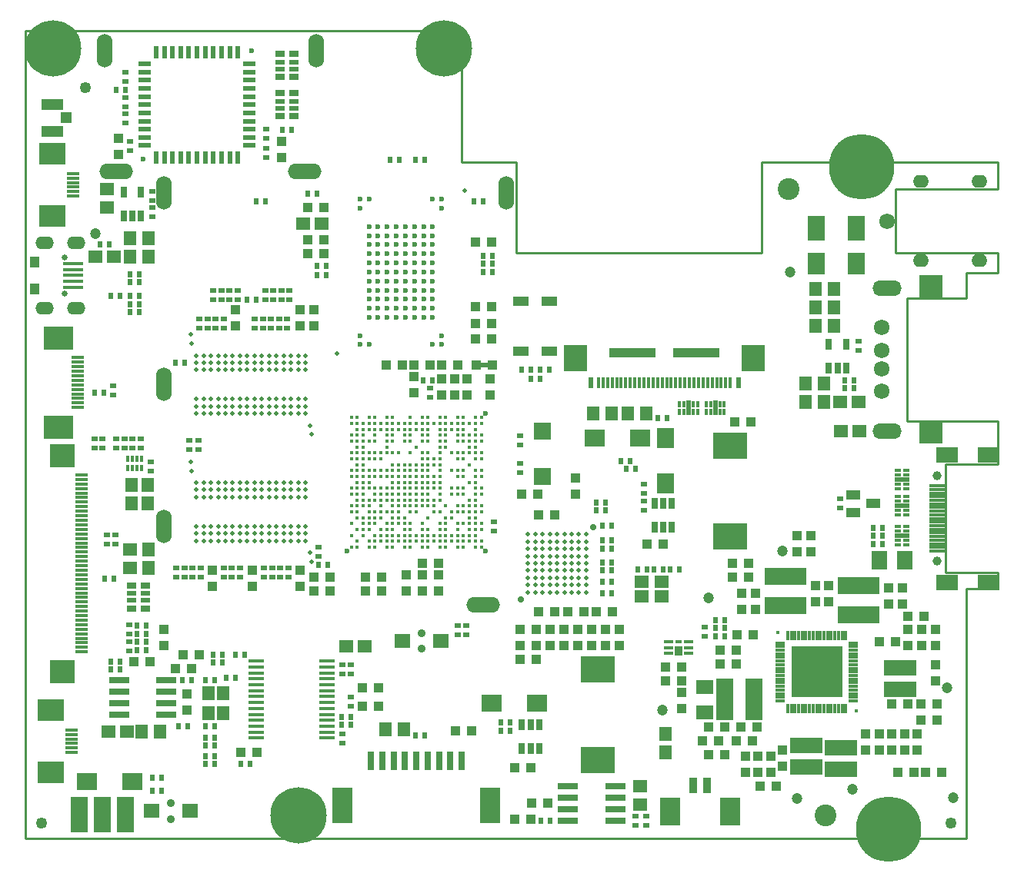
<source format=gbr>
G04 #@! TF.FileFunction,Soldermask,Top*
%FSLAX46Y46*%
G04 Gerber Fmt 4.6, Leading zero omitted, Abs format (unit mm)*
G04 Created by KiCad (PCBNEW no-vcs-found-undefined) date Tue Nov  8 15:57:13 2016*
%MOMM*%
%LPD*%
G01*
G04 APERTURE LIST*
%ADD10C,0.100000*%
%ADD11C,0.254000*%
%ADD12R,2.701600X2.501600*%
%ADD13R,1.401600X0.351600*%
%ADD14C,0.501600*%
%ADD15C,0.700000*%
%ADD16C,0.600000*%
%ADD17R,0.600000X1.400000*%
%ADD18R,1.400000X0.600000*%
%ADD19C,0.500000*%
%ADD20C,0.400000*%
%ADD21R,1.900000X1.900000*%
%ADD22R,1.700000X1.000000*%
%ADD23R,5.101600X1.101600*%
%ADD24R,0.501600X1.301600*%
%ADD25R,2.501600X2.901600*%
%ADD26R,0.351600X1.301600*%
%ADD27O,1.724000X1.400000*%
%ADD28C,1.724000*%
%ADD29R,2.600000X2.600000*%
%ADD30O,3.200000X1.724000*%
%ADD31R,0.651600X1.301600*%
%ADD32R,1.501600X1.101600*%
%ADD33R,0.776600X0.301600*%
%ADD34R,0.876600X0.501600*%
%ADD35R,2.400000X1.800000*%
%ADD36R,1.701600X0.301600*%
%ADD37C,1.000000*%
%ADD38R,2.301600X0.701600*%
%ADD39R,2.201600X3.101600*%
%ADD40R,0.901600X1.701600*%
%ADD41C,0.401600*%
%ADD42R,0.600000X0.600000*%
%ADD43R,1.622400X1.622400*%
%ADD44R,5.601600X5.601600*%
%ADD45R,1.001600X0.301600*%
%ADD46R,0.301600X1.001600*%
%ADD47R,0.726600X2.101600*%
%ADD48R,2.301600X4.001600*%
%ADD49R,1.701600X0.426600*%
%ADD50R,1.400000X1.600000*%
%ADD51C,0.900000*%
%ADD52R,1.700000X1.600000*%
%ADD53R,2.200000X1.900000*%
%ADD54R,2.980000X2.380000*%
%ADD55R,1.117600X0.482600*%
%ADD56R,1.117600X0.736600*%
%ADD57R,0.351600X0.726600*%
%ADD58R,1.625600X1.371600*%
%ADD59R,3.301600X2.601600*%
%ADD60O,2.000000X1.400000*%
%ADD61R,1.100000X1.200000*%
%ADD62C,0.650000*%
%ADD63R,2.250000X0.450000*%
%ADD64R,1.250000X1.250000*%
%ADD65R,2.400000X1.250000*%
%ADD66R,3.800000X2.900000*%
%ADD67R,1.117600X1.117600*%
%ADD68C,6.200000*%
%ADD69C,1.254000*%
%ADD70R,1.371600X1.625600*%
%ADD71R,1.978000X2.486000*%
%ADD72R,1.800000X2.000000*%
%ADD73R,1.901600X2.801600*%
%ADD74R,3.601600X1.701600*%
%ADD75R,4.601600X1.851600*%
%ADD76R,1.851600X4.601600*%
%ADD77R,1.879600X1.625600*%
%ADD78R,1.001600X0.451600*%
%ADD79R,0.901600X1.051600*%
%ADD80R,0.701600X0.451600*%
%ADD81R,0.301600X0.776600*%
%ADD82R,0.501600X0.876600*%
%ADD83R,0.651600X0.601600*%
%ADD84R,0.601600X0.651600*%
%ADD85R,0.881600X0.601600*%
%ADD86C,2.400000*%
%ADD87C,7.200000*%
%ADD88R,1.600000X1.400000*%
%ADD89R,1.900000X2.200000*%
%ADD90R,1.851000X3.883000*%
%ADD91O,3.700000X1.700000*%
%ADD92O,1.700000X3.700000*%
%ADD93C,1.200000*%
G04 APERTURE END LIST*
D10*
D11*
X201250000Y-58800000D02*
X201250000Y-70700000D01*
X207000000Y-70700000D02*
X207000000Y-72500000D01*
X207000000Y-54000000D02*
X207000000Y-58800000D01*
X201250000Y-58800000D02*
X207000000Y-58800000D01*
X207000000Y-70700000D02*
X201250000Y-70700000D01*
X207000000Y-35500000D02*
X207000000Y-37700000D01*
X195750000Y-28500000D02*
X195750000Y-35500000D01*
X207000000Y-25500000D02*
X207000000Y-28500000D01*
X195750000Y-28500000D02*
X207000000Y-28500000D01*
X207000000Y-35500000D02*
X195750000Y-35500000D01*
X197000000Y-40500000D02*
X197000000Y-54000000D01*
X203500000Y-37700000D02*
X203500000Y-40500000D01*
X197000000Y-40500000D02*
X203500000Y-40500000D01*
X197000000Y-54000000D02*
X207000000Y-54000000D01*
X203500000Y-37700000D02*
X207000000Y-37700000D01*
X203500000Y-72500000D02*
X207000000Y-72500000D01*
X203500000Y-100000000D02*
X203500000Y-72500000D01*
X181000000Y-25500000D02*
X207000000Y-25500000D01*
X181000000Y-35500000D02*
X181000000Y-25500000D01*
X154000000Y-35500000D02*
X181000000Y-35500000D01*
X154000000Y-25500000D02*
X154000000Y-35500000D01*
X148000000Y-25500000D02*
X154000000Y-25500000D01*
X148000000Y-11000000D02*
X148000000Y-25500000D01*
X100000000Y-11000000D02*
X148000000Y-11000000D01*
X100000000Y-100000000D02*
X100000000Y-11000000D01*
X100000000Y-100000000D02*
X203500000Y-100000000D01*
D12*
X104028000Y-57807000D03*
X104028000Y-81607000D03*
D13*
X106128000Y-59957000D03*
X106128000Y-60457000D03*
X106128000Y-60957000D03*
X106128000Y-61457000D03*
X106128000Y-61957000D03*
X106128000Y-62457000D03*
X106128000Y-62957000D03*
X106128000Y-63457000D03*
X106128000Y-63957000D03*
X106128000Y-64457000D03*
X106128000Y-64957000D03*
X106128000Y-65457000D03*
X106128000Y-65957000D03*
X106128000Y-66457000D03*
X106128000Y-66957000D03*
X106128000Y-67457000D03*
X106128000Y-67957000D03*
X106128000Y-68457000D03*
X106128000Y-68957000D03*
X106128000Y-69457000D03*
X106128000Y-69957000D03*
X106128000Y-70457000D03*
X106128000Y-70957000D03*
X106128000Y-71457000D03*
X106128000Y-71957000D03*
X106128000Y-72457000D03*
X106128000Y-72957000D03*
X106128000Y-73457000D03*
X106128000Y-73957000D03*
X106128000Y-74457000D03*
X106128000Y-74957000D03*
X106128000Y-75457000D03*
X106128000Y-75957000D03*
X106128000Y-76457000D03*
X106128000Y-76957000D03*
X106128000Y-77457000D03*
X106128000Y-77957000D03*
X106128000Y-78457000D03*
X106128000Y-78957000D03*
X106128000Y-79457000D03*
D14*
X155300000Y-72900000D03*
X155300000Y-72100000D03*
X155300000Y-71300000D03*
X155300000Y-70500000D03*
X155300000Y-69700000D03*
X155300000Y-68900000D03*
X155300000Y-68100000D03*
X155300000Y-67300000D03*
X155300000Y-66500000D03*
X156100000Y-72900000D03*
X156100000Y-72100000D03*
X156100000Y-71300000D03*
X156100000Y-70500000D03*
X156100000Y-69700000D03*
X156100000Y-68900000D03*
X156100000Y-68100000D03*
X156100000Y-67300000D03*
X156100000Y-66500000D03*
X156900000Y-72900000D03*
X156900000Y-72100000D03*
X156900000Y-71300000D03*
X156900000Y-70500000D03*
X156900000Y-69700000D03*
X156900000Y-68900000D03*
X156900000Y-68100000D03*
X156900000Y-67300000D03*
X156900000Y-66500000D03*
X157700000Y-72900000D03*
X157700000Y-72100000D03*
X157700000Y-71300000D03*
X157700000Y-70500000D03*
X157700000Y-69700000D03*
X157700000Y-68900000D03*
X157700000Y-68100000D03*
X157700000Y-67300000D03*
X157700000Y-66500000D03*
X158500000Y-72900000D03*
X158500000Y-72100000D03*
X158500000Y-71300000D03*
X158500000Y-70500000D03*
X158500000Y-69700000D03*
X158500000Y-68900000D03*
X158500000Y-68100000D03*
X158500000Y-67300000D03*
X158500000Y-66500000D03*
X159300000Y-72900000D03*
X159300000Y-72100000D03*
X159300000Y-71300000D03*
X159300000Y-70500000D03*
X159300000Y-69700000D03*
X159300000Y-68900000D03*
X159300000Y-68100000D03*
X159300000Y-67300000D03*
X159300000Y-66500000D03*
X160100000Y-72900000D03*
X160100000Y-72100000D03*
X160100000Y-71300000D03*
X160100000Y-70500000D03*
X160100000Y-69700000D03*
X160100000Y-68900000D03*
X160100000Y-68100000D03*
X160100000Y-67300000D03*
X160100000Y-66500000D03*
X160900000Y-72900000D03*
X160900000Y-72100000D03*
X160900000Y-71300000D03*
X160900000Y-70500000D03*
X160900000Y-69700000D03*
X160900000Y-68900000D03*
X160900000Y-68100000D03*
X160900000Y-67300000D03*
X160900000Y-66500000D03*
X161700000Y-72900000D03*
X161700000Y-72100000D03*
X161700000Y-71300000D03*
X161700000Y-70500000D03*
X161700000Y-69700000D03*
X161700000Y-68900000D03*
X161700000Y-68100000D03*
X161700000Y-67300000D03*
X161700000Y-66500000D03*
D15*
X154500000Y-73700000D03*
X162500000Y-65700000D03*
D16*
X112903000Y-25146000D03*
D17*
X114372000Y-13402000D03*
X115272000Y-13402000D03*
X116172000Y-13402000D03*
X117072000Y-13402000D03*
X117972000Y-13402000D03*
X118872000Y-13402000D03*
X119772000Y-13402000D03*
X120672000Y-13402000D03*
X121572000Y-13402000D03*
X122472000Y-13402000D03*
X123372000Y-13402000D03*
D18*
X124647000Y-14677000D03*
X124647000Y-15577000D03*
X124647000Y-16477000D03*
X124647000Y-17377000D03*
X124647000Y-18277000D03*
X124647000Y-19177000D03*
X124647000Y-20077000D03*
X124647000Y-20977000D03*
X124647000Y-21877000D03*
X124647000Y-22777000D03*
X124647000Y-23677000D03*
D17*
X123372000Y-24952000D03*
X122472000Y-24952000D03*
X121572000Y-24952000D03*
X120672000Y-24952000D03*
X119772000Y-24952000D03*
X118872000Y-24952000D03*
X117972000Y-24952000D03*
X117072000Y-24952000D03*
X116172000Y-24952000D03*
X115272000Y-24952000D03*
X114372000Y-24952000D03*
D18*
X113097000Y-23677000D03*
X113097000Y-22777000D03*
X113097000Y-21877000D03*
X113097000Y-20977000D03*
X113097000Y-20077000D03*
X113097000Y-19177000D03*
X113097000Y-18277000D03*
X113097000Y-17377000D03*
X113097000Y-16477000D03*
X113097000Y-15577000D03*
X113097000Y-14677000D03*
D16*
X124841000Y-13208000D03*
X136800000Y-29600000D03*
X137800000Y-29600000D03*
X144800000Y-29600000D03*
X145800000Y-29600000D03*
X136800000Y-30600000D03*
X145800000Y-30600000D03*
X137800000Y-32600000D03*
X138800000Y-32600000D03*
X139800000Y-32600000D03*
X140800000Y-32600000D03*
X141800000Y-32600000D03*
X142800000Y-32600000D03*
X143800000Y-32600000D03*
X144800000Y-32600000D03*
X137800000Y-33600000D03*
X138800000Y-33600000D03*
X139800000Y-33600000D03*
X140800000Y-33600000D03*
X141800000Y-33600000D03*
X142800000Y-33600000D03*
X143800000Y-33600000D03*
X144800000Y-33600000D03*
X137800000Y-34600000D03*
X138800000Y-34600000D03*
X139800000Y-34600000D03*
X140800000Y-34600000D03*
X141800000Y-34600000D03*
X142800000Y-34600000D03*
X143800000Y-34600000D03*
X144800000Y-34600000D03*
D19*
X134300000Y-46600000D03*
X148300000Y-28600000D03*
D16*
X137800000Y-35600000D03*
X138800000Y-35600000D03*
X139800000Y-35600000D03*
X140800000Y-35600000D03*
X141800000Y-35600000D03*
X142800000Y-35600000D03*
X143800000Y-35600000D03*
X144800000Y-35600000D03*
X137800000Y-36600000D03*
X138800000Y-36600000D03*
X139800000Y-36600000D03*
X140800000Y-36600000D03*
X141800000Y-36600000D03*
X142800000Y-36600000D03*
X143800000Y-36600000D03*
X144800000Y-36600000D03*
X137800000Y-37600000D03*
X138800000Y-37600000D03*
X139800000Y-37600000D03*
X140800000Y-37600000D03*
X141800000Y-37600000D03*
X142800000Y-37600000D03*
X143800000Y-37600000D03*
X144800000Y-37600000D03*
X137800000Y-38600000D03*
X138800000Y-38600000D03*
X139800000Y-38600000D03*
X140800000Y-38600000D03*
X141800000Y-38600000D03*
X142800000Y-38600000D03*
X143800000Y-38600000D03*
X144800000Y-38600000D03*
X137800000Y-39600000D03*
X138800000Y-39600000D03*
X139800000Y-39600000D03*
X140800000Y-39600000D03*
X141800000Y-39600000D03*
X142800000Y-39600000D03*
X143800000Y-39600000D03*
X144800000Y-39600000D03*
X137800000Y-40600000D03*
X138800000Y-40600000D03*
X139800000Y-40600000D03*
X140800000Y-40600000D03*
X141800000Y-40600000D03*
X142800000Y-40600000D03*
X143800000Y-40600000D03*
X144800000Y-40600000D03*
X137800000Y-41600000D03*
X138800000Y-41600000D03*
X139800000Y-41600000D03*
X140800000Y-41600000D03*
X141800000Y-41600000D03*
X142800000Y-41600000D03*
X143800000Y-41600000D03*
X144800000Y-41600000D03*
X137800000Y-42600000D03*
X138800000Y-42600000D03*
X139800000Y-42600000D03*
X140800000Y-42600000D03*
X141800000Y-42600000D03*
X142800000Y-42600000D03*
X143800000Y-42600000D03*
X144800000Y-42600000D03*
X136800000Y-44600000D03*
X145800000Y-44600000D03*
X136800000Y-45600000D03*
X137800000Y-45600000D03*
X144800000Y-45600000D03*
X145800000Y-45600000D03*
D19*
X118800000Y-53200000D03*
X118800000Y-52400000D03*
X118800000Y-51600000D03*
X118800000Y-48400000D03*
X118800000Y-47600000D03*
X118800000Y-46800000D03*
X119600000Y-53200000D03*
X119600000Y-52400000D03*
X119600000Y-51600000D03*
X119600000Y-48400000D03*
X119600000Y-47600000D03*
X119600000Y-46800000D03*
X120400000Y-53200000D03*
X120400000Y-52400000D03*
X120400000Y-51600000D03*
X120400000Y-48400000D03*
X120400000Y-47600000D03*
X120400000Y-46800000D03*
X121200000Y-53200000D03*
X121200000Y-52400000D03*
X121200000Y-51600000D03*
X121200000Y-48400000D03*
X121200000Y-47600000D03*
X121200000Y-46800000D03*
X122000000Y-53200000D03*
X122000000Y-52400000D03*
X122000000Y-51600000D03*
X122000000Y-48400000D03*
X122000000Y-47600000D03*
X122000000Y-46800000D03*
X122800000Y-53200000D03*
X122800000Y-52400000D03*
X122800000Y-51600000D03*
X122800000Y-48400000D03*
X122800000Y-47600000D03*
X122800000Y-46800000D03*
X123600000Y-53200000D03*
X123600000Y-52400000D03*
X123600000Y-51600000D03*
X123600000Y-48400000D03*
X123600000Y-47600000D03*
X123600000Y-46800000D03*
X124400000Y-53200000D03*
X124400000Y-52400000D03*
X124400000Y-51600000D03*
X124400000Y-48400000D03*
X124400000Y-47600000D03*
X124400000Y-46800000D03*
X125200000Y-53200000D03*
X125200000Y-52400000D03*
X125200000Y-51600000D03*
X125200000Y-48400000D03*
X125200000Y-47600000D03*
X125200000Y-46800000D03*
X126000000Y-53200000D03*
X126000000Y-52400000D03*
X126000000Y-51600000D03*
X126000000Y-48400000D03*
X126000000Y-47600000D03*
X126000000Y-46800000D03*
X131450000Y-55500000D03*
X118150000Y-44500000D03*
X131300000Y-54500000D03*
X118300000Y-45500000D03*
X126800000Y-53200000D03*
X126800000Y-52400000D03*
X126800000Y-51600000D03*
X126800000Y-48400000D03*
X126800000Y-47600000D03*
X126800000Y-46800000D03*
X127600000Y-53200000D03*
X127600000Y-52400000D03*
X127600000Y-51600000D03*
X127600000Y-48400000D03*
X127600000Y-47600000D03*
X127600000Y-46800000D03*
X128400000Y-53200000D03*
X128400000Y-52400000D03*
X128400000Y-51600000D03*
X128400000Y-48400000D03*
X128400000Y-47600000D03*
X128400000Y-46800000D03*
X129200000Y-53200000D03*
X129200000Y-52400000D03*
X129200000Y-51600000D03*
X129200000Y-48400000D03*
X129200000Y-47600000D03*
X129200000Y-46800000D03*
X130000000Y-53200000D03*
X130000000Y-52400000D03*
X130000000Y-51600000D03*
X130000000Y-48400000D03*
X130000000Y-47600000D03*
X130000000Y-46800000D03*
X130800000Y-53200000D03*
X130800000Y-52400000D03*
X130800000Y-51600000D03*
X130800000Y-48400000D03*
X130800000Y-47600000D03*
X130800000Y-46800000D03*
X118800000Y-67200000D03*
X118800000Y-66400000D03*
X118800000Y-65600000D03*
X118800000Y-62400000D03*
X118800000Y-61600000D03*
X118800000Y-60800000D03*
X119600000Y-67200000D03*
X119600000Y-66400000D03*
X119600000Y-65600000D03*
X119600000Y-62400000D03*
X119600000Y-61600000D03*
X119600000Y-60800000D03*
X120400000Y-67200000D03*
X120400000Y-66400000D03*
X120400000Y-65600000D03*
X120400000Y-62400000D03*
X120400000Y-61600000D03*
X120400000Y-60800000D03*
X121200000Y-67200000D03*
X121200000Y-66400000D03*
X121200000Y-65600000D03*
X121200000Y-62400000D03*
X121200000Y-61600000D03*
X121200000Y-60800000D03*
X122000000Y-67200000D03*
X122000000Y-66400000D03*
X122000000Y-65600000D03*
X122000000Y-62400000D03*
X122000000Y-61600000D03*
X122000000Y-60800000D03*
X122800000Y-67200000D03*
X122800000Y-66400000D03*
X122800000Y-65600000D03*
X122800000Y-62400000D03*
X122800000Y-61600000D03*
X122800000Y-60800000D03*
X123600000Y-67200000D03*
X123600000Y-66400000D03*
X123600000Y-65600000D03*
X123600000Y-62400000D03*
X123600000Y-61600000D03*
X123600000Y-60800000D03*
X124400000Y-67200000D03*
X124400000Y-66400000D03*
X124400000Y-65600000D03*
X124400000Y-62400000D03*
X124400000Y-61600000D03*
X124400000Y-60800000D03*
X125200000Y-67200000D03*
X125200000Y-66400000D03*
X125200000Y-65600000D03*
X125200000Y-62400000D03*
X125200000Y-61600000D03*
X125200000Y-60800000D03*
X126000000Y-67200000D03*
X126000000Y-66400000D03*
X126000000Y-65600000D03*
X126000000Y-62400000D03*
X126000000Y-61600000D03*
X126000000Y-60800000D03*
X131450000Y-69500000D03*
X118150000Y-58500000D03*
X131300000Y-68500000D03*
X118300000Y-59500000D03*
X126800000Y-67200000D03*
X126800000Y-66400000D03*
X126800000Y-65600000D03*
X126800000Y-62400000D03*
X126800000Y-61600000D03*
X126800000Y-60800000D03*
X127600000Y-67200000D03*
X127600000Y-66400000D03*
X127600000Y-65600000D03*
X127600000Y-62400000D03*
X127600000Y-61600000D03*
X127600000Y-60800000D03*
X128400000Y-67200000D03*
X128400000Y-66400000D03*
X128400000Y-65600000D03*
X128400000Y-62400000D03*
X128400000Y-61600000D03*
X128400000Y-60800000D03*
X129200000Y-67200000D03*
X129200000Y-66400000D03*
X129200000Y-65600000D03*
X129200000Y-62400000D03*
X129200000Y-61600000D03*
X129200000Y-60800000D03*
X130000000Y-67200000D03*
X130000000Y-66400000D03*
X130000000Y-65600000D03*
X130000000Y-62400000D03*
X130000000Y-61600000D03*
X130000000Y-60800000D03*
X130800000Y-67200000D03*
X130800000Y-66400000D03*
X130800000Y-65600000D03*
X130800000Y-62400000D03*
X130800000Y-61600000D03*
X130800000Y-60800000D03*
D16*
X150600000Y-53175000D03*
X135400000Y-68375000D03*
D20*
X146900000Y-67275000D03*
X146900000Y-66625000D03*
X146900000Y-64675000D03*
X146900000Y-64025000D03*
X146900000Y-62075000D03*
X146900000Y-61425000D03*
X146900000Y-59475000D03*
X146900000Y-57525000D03*
X146900000Y-54925000D03*
X146900000Y-54275000D03*
X146250000Y-67925000D03*
X146250000Y-67275000D03*
X146250000Y-66625000D03*
X146250000Y-65975000D03*
X146250000Y-65325000D03*
X146250000Y-64675000D03*
X146250000Y-63375000D03*
X146250000Y-56875000D03*
X146250000Y-56225000D03*
X146250000Y-55575000D03*
X146250000Y-54925000D03*
X146250000Y-54275000D03*
X146250000Y-53625000D03*
X145600000Y-67925000D03*
X145600000Y-67275000D03*
X145600000Y-66625000D03*
X145600000Y-65975000D03*
X145600000Y-65325000D03*
X145600000Y-64025000D03*
X145600000Y-62725000D03*
X145600000Y-62075000D03*
X145600000Y-61425000D03*
X145600000Y-60775000D03*
X145600000Y-60125000D03*
X145600000Y-59475000D03*
X145600000Y-58825000D03*
X145600000Y-58175000D03*
X145600000Y-57525000D03*
X145600000Y-56875000D03*
X145600000Y-56225000D03*
X145600000Y-55575000D03*
X145600000Y-54925000D03*
X145600000Y-54275000D03*
X145600000Y-53625000D03*
X144950000Y-67275000D03*
X144950000Y-66625000D03*
X144950000Y-64025000D03*
X144950000Y-63375000D03*
X144950000Y-58175000D03*
X144950000Y-54275000D03*
X144300000Y-67925000D03*
X144300000Y-67275000D03*
X144300000Y-66625000D03*
X144300000Y-65975000D03*
X144300000Y-63375000D03*
X144300000Y-62725000D03*
X144300000Y-62075000D03*
X144300000Y-61425000D03*
X144300000Y-60775000D03*
X144300000Y-60125000D03*
X144300000Y-59475000D03*
X144300000Y-58175000D03*
X144300000Y-57525000D03*
X144300000Y-56225000D03*
X144300000Y-55575000D03*
X144300000Y-54925000D03*
X144300000Y-54275000D03*
X144300000Y-53625000D03*
X143650000Y-67925000D03*
X143650000Y-67275000D03*
X143650000Y-66625000D03*
X143650000Y-65975000D03*
X143650000Y-65325000D03*
X143650000Y-62725000D03*
X143650000Y-60775000D03*
X143650000Y-60125000D03*
X143650000Y-58825000D03*
X143650000Y-57525000D03*
X143650000Y-56225000D03*
X143650000Y-55575000D03*
X143650000Y-54925000D03*
X143650000Y-54275000D03*
X143650000Y-53625000D03*
X143000000Y-67275000D03*
X143000000Y-66625000D03*
X143000000Y-58825000D03*
X143000000Y-56875000D03*
X143000000Y-54925000D03*
X143000000Y-54275000D03*
X142350000Y-67925000D03*
X142350000Y-67275000D03*
X142350000Y-66625000D03*
X142350000Y-65975000D03*
X142350000Y-65325000D03*
X142350000Y-56225000D03*
X142350000Y-55575000D03*
X142350000Y-54925000D03*
X142350000Y-54275000D03*
X142350000Y-53625000D03*
X141700000Y-67925000D03*
X141700000Y-67275000D03*
X141700000Y-66625000D03*
X141700000Y-65975000D03*
X141700000Y-65325000D03*
X141700000Y-64675000D03*
X141700000Y-56225000D03*
X141700000Y-55575000D03*
X141700000Y-54925000D03*
X141700000Y-54275000D03*
X141050000Y-67275000D03*
X141050000Y-66625000D03*
X141050000Y-65325000D03*
X141050000Y-64675000D03*
X141050000Y-57525000D03*
X141050000Y-54925000D03*
X141050000Y-54275000D03*
X140400000Y-67925000D03*
X140400000Y-67275000D03*
X140400000Y-66625000D03*
X140400000Y-65975000D03*
X140400000Y-65325000D03*
X140400000Y-61425000D03*
X140400000Y-60125000D03*
X140400000Y-58825000D03*
X140400000Y-57525000D03*
X140400000Y-56225000D03*
X140400000Y-55575000D03*
X140400000Y-54925000D03*
X140400000Y-54275000D03*
X140400000Y-53625000D03*
X139750000Y-67925000D03*
X139750000Y-67275000D03*
X139750000Y-66625000D03*
X139750000Y-65975000D03*
X139750000Y-65325000D03*
X139750000Y-61425000D03*
X139750000Y-60125000D03*
X139750000Y-59475000D03*
X139750000Y-57525000D03*
X139750000Y-56875000D03*
X139750000Y-56225000D03*
X139750000Y-54275000D03*
X139750000Y-53625000D03*
X139100000Y-67275000D03*
X139100000Y-66625000D03*
X139100000Y-65975000D03*
X139100000Y-64675000D03*
X139100000Y-64025000D03*
X139100000Y-63375000D03*
X139100000Y-62075000D03*
X139100000Y-61425000D03*
X139100000Y-60125000D03*
X139100000Y-59475000D03*
X139100000Y-58175000D03*
X139100000Y-54925000D03*
X139100000Y-54275000D03*
X138450000Y-67925000D03*
X138450000Y-67275000D03*
X138450000Y-66625000D03*
X138450000Y-65325000D03*
X138450000Y-64675000D03*
X138450000Y-62075000D03*
X138450000Y-61425000D03*
X138450000Y-59475000D03*
X138450000Y-58175000D03*
X138450000Y-57525000D03*
X138450000Y-56225000D03*
X138450000Y-55575000D03*
X138450000Y-54925000D03*
X138450000Y-54275000D03*
X138450000Y-53625000D03*
X137800000Y-67925000D03*
X137800000Y-67275000D03*
X137800000Y-65975000D03*
X137800000Y-65325000D03*
X137800000Y-64675000D03*
X137800000Y-64025000D03*
X137800000Y-63375000D03*
X137800000Y-62725000D03*
X137800000Y-60775000D03*
X137800000Y-59475000D03*
X137800000Y-57525000D03*
X137800000Y-56225000D03*
X137800000Y-54925000D03*
X137800000Y-54275000D03*
X137800000Y-53625000D03*
X137150000Y-66625000D03*
X137150000Y-65975000D03*
X137150000Y-65325000D03*
X137150000Y-64675000D03*
X137150000Y-63375000D03*
X137150000Y-62725000D03*
X137150000Y-62075000D03*
X137150000Y-61425000D03*
X137150000Y-60125000D03*
X137150000Y-59475000D03*
X137150000Y-58825000D03*
X137150000Y-58175000D03*
X137150000Y-57525000D03*
X137150000Y-56875000D03*
X137150000Y-56225000D03*
X137150000Y-55575000D03*
X137150000Y-54275000D03*
X136500000Y-67925000D03*
X136500000Y-67275000D03*
X136500000Y-65975000D03*
X136500000Y-64675000D03*
X136500000Y-63375000D03*
X136500000Y-62725000D03*
X136500000Y-62075000D03*
X136500000Y-61425000D03*
X136500000Y-60775000D03*
X136500000Y-60125000D03*
X136500000Y-59475000D03*
X136500000Y-58825000D03*
X136500000Y-58175000D03*
X136500000Y-57525000D03*
X136500000Y-56875000D03*
X136500000Y-56225000D03*
X136500000Y-55575000D03*
X136500000Y-54925000D03*
X136500000Y-54275000D03*
X136500000Y-53625000D03*
X135850000Y-67925000D03*
X135850000Y-66625000D03*
X135850000Y-65325000D03*
X135850000Y-64025000D03*
X135850000Y-63375000D03*
X135850000Y-62075000D03*
X135850000Y-61425000D03*
X135850000Y-60125000D03*
X135850000Y-59475000D03*
X135850000Y-58175000D03*
X135850000Y-57525000D03*
X135850000Y-56225000D03*
X135850000Y-55575000D03*
X135850000Y-54275000D03*
X147550000Y-53625000D03*
X147550000Y-54275000D03*
X147550000Y-54925000D03*
X147550000Y-55575000D03*
X147550000Y-56225000D03*
X147550000Y-57525000D03*
X147550000Y-58175000D03*
X147550000Y-59475000D03*
X147550000Y-60125000D03*
X147550000Y-61425000D03*
X147550000Y-62075000D03*
X147550000Y-63375000D03*
X147550000Y-64025000D03*
X147550000Y-65325000D03*
X147550000Y-65975000D03*
X147550000Y-66625000D03*
X147550000Y-67275000D03*
X147550000Y-67925000D03*
X148200000Y-67925000D03*
X148200000Y-67275000D03*
X148200000Y-66625000D03*
X148200000Y-65325000D03*
X148200000Y-64025000D03*
X148200000Y-63375000D03*
X148200000Y-62075000D03*
X148200000Y-61425000D03*
X148200000Y-60125000D03*
X148200000Y-59475000D03*
X148200000Y-58175000D03*
X148200000Y-57525000D03*
X148200000Y-56225000D03*
X148200000Y-55575000D03*
X148200000Y-54925000D03*
X148200000Y-54275000D03*
X148200000Y-53625000D03*
X148850000Y-54275000D03*
X148850000Y-55575000D03*
X148850000Y-56225000D03*
X148850000Y-56875000D03*
X148850000Y-57525000D03*
X148850000Y-58825000D03*
X148850000Y-60775000D03*
X148850000Y-62725000D03*
X148850000Y-63375000D03*
X148850000Y-64025000D03*
X148850000Y-64675000D03*
X148850000Y-65325000D03*
X148850000Y-65975000D03*
X148850000Y-66625000D03*
X148850000Y-67275000D03*
X149500000Y-67925000D03*
X149500000Y-67275000D03*
X149500000Y-66625000D03*
X149500000Y-65975000D03*
X149500000Y-65325000D03*
X149500000Y-64675000D03*
X149500000Y-64025000D03*
X149500000Y-63375000D03*
X149500000Y-62725000D03*
X149500000Y-62075000D03*
X149500000Y-61425000D03*
X149500000Y-60775000D03*
X149500000Y-60125000D03*
X149500000Y-59475000D03*
X149500000Y-58175000D03*
X149500000Y-57525000D03*
X149500000Y-56875000D03*
X149500000Y-56225000D03*
X149500000Y-55575000D03*
X149500000Y-54925000D03*
X149500000Y-54275000D03*
X149500000Y-53625000D03*
X150150000Y-54275000D03*
X150150000Y-55575000D03*
X150150000Y-56225000D03*
X150150000Y-57525000D03*
X150150000Y-58175000D03*
X150150000Y-59475000D03*
X150150000Y-60125000D03*
X150150000Y-61425000D03*
X150150000Y-62075000D03*
X150150000Y-63375000D03*
X150150000Y-64025000D03*
X150150000Y-65325000D03*
X150150000Y-65975000D03*
X150150000Y-67275000D03*
X135850000Y-53625000D03*
X150150000Y-53625000D03*
X137150000Y-54925000D03*
X139750000Y-54925000D03*
X139750000Y-55575000D03*
X139100000Y-57525000D03*
X137800000Y-58175000D03*
X137800000Y-60125000D03*
X138450000Y-60125000D03*
X137150000Y-60775000D03*
X137800000Y-61425000D03*
X144950000Y-58825000D03*
X144950000Y-60125000D03*
X144950000Y-60775000D03*
X144950000Y-61425000D03*
X144950000Y-62725000D03*
X144300000Y-58825000D03*
X143650000Y-58175000D03*
X143650000Y-59475000D03*
X144300000Y-64675000D03*
X143000000Y-64025000D03*
X142350000Y-64025000D03*
X143650000Y-63375000D03*
X143000000Y-63375000D03*
X143000000Y-62725000D03*
X142350000Y-62725000D03*
X143650000Y-62075000D03*
X143650000Y-61425000D03*
X143000000Y-62075000D03*
X143000000Y-61425000D03*
X142350000Y-63375000D03*
X142350000Y-62075000D03*
X142350000Y-61425000D03*
X142350000Y-60775000D03*
X142350000Y-60125000D03*
X142350000Y-59475000D03*
X142350000Y-58825000D03*
X141700000Y-63375000D03*
X141700000Y-58825000D03*
X141700000Y-59475000D03*
X141700000Y-60125000D03*
X141700000Y-60775000D03*
X141700000Y-61425000D03*
X141700000Y-62075000D03*
X141700000Y-62725000D03*
X141050000Y-64025000D03*
X141050000Y-58825000D03*
X141050000Y-63375000D03*
X141050000Y-62725000D03*
X141050000Y-62075000D03*
X141050000Y-61425000D03*
X141050000Y-60775000D03*
X141050000Y-60125000D03*
X141050000Y-59475000D03*
X140400000Y-64675000D03*
X140400000Y-64025000D03*
X140400000Y-63375000D03*
X140400000Y-62725000D03*
X140400000Y-62075000D03*
X139750000Y-64025000D03*
X139750000Y-62725000D03*
X139750000Y-62075000D03*
X138450000Y-62725000D03*
X136500000Y-64025000D03*
X138450000Y-64025000D03*
X139100000Y-62725000D03*
X140400000Y-59475000D03*
X140400000Y-60775000D03*
X142350000Y-57525000D03*
X143000000Y-59475000D03*
X143000000Y-60125000D03*
X143000000Y-60775000D03*
X150150000Y-67925000D03*
D16*
X150600000Y-68375000D03*
D21*
X156845000Y-55168000D03*
X156845000Y-60148000D03*
D22*
X154483000Y-40811000D03*
X157683000Y-40811000D03*
X157683000Y-46311000D03*
X154483000Y-46311000D03*
D23*
X166807000Y-46515000D03*
X173807000Y-46515000D03*
D24*
X178432000Y-49765000D03*
X162182000Y-49765000D03*
D25*
X160507000Y-47115000D03*
X180107000Y-47115000D03*
D26*
X163057000Y-49765000D03*
X163557000Y-49765000D03*
X164057000Y-49765000D03*
X164557000Y-49765000D03*
X165057000Y-49765000D03*
X165557000Y-49765000D03*
X166057000Y-49765000D03*
X166557000Y-49765000D03*
X167057000Y-49765000D03*
X167557000Y-49765000D03*
X168057000Y-49765000D03*
X168557000Y-49765000D03*
X169057000Y-49765000D03*
X169557000Y-49765000D03*
X170057000Y-49765000D03*
X170557000Y-49765000D03*
X171057000Y-49765000D03*
X171557000Y-49765000D03*
X172057000Y-49765000D03*
X172557000Y-49765000D03*
X173057000Y-49765000D03*
X173557000Y-49765000D03*
X174057000Y-49765000D03*
X174557000Y-49765000D03*
X175057000Y-49765000D03*
X175557000Y-49765000D03*
X176057000Y-49765000D03*
X176557000Y-49765000D03*
X177057000Y-49765000D03*
X177557000Y-49765000D03*
D27*
X205010000Y-27629000D03*
X198510000Y-27629000D03*
X198510000Y-36379000D03*
X205010000Y-36379000D03*
D28*
X194810000Y-32004000D03*
D29*
X199610000Y-39244000D03*
X199610000Y-55244000D03*
D30*
X194810000Y-39394000D03*
X194810000Y-55094000D03*
D28*
X194210000Y-43744000D03*
X194210000Y-46244000D03*
X194210000Y-48244000D03*
X194210000Y-50744000D03*
D31*
X188407000Y-48163000D03*
X189357000Y-48163000D03*
X190307000Y-48163000D03*
X188407000Y-45563000D03*
X190307000Y-45563000D03*
D32*
X191043560Y-62169040D03*
X191043560Y-64071500D03*
X193253360Y-63116460D03*
D33*
X196906500Y-59452000D03*
X196906500Y-59952000D03*
D34*
X196856500Y-60452000D03*
D33*
X196906500Y-60952000D03*
X196906500Y-61452000D03*
X196031500Y-61452000D03*
X196031500Y-60952000D03*
D34*
X196081500Y-60452000D03*
D33*
X196031500Y-59952000D03*
X196031500Y-59452000D03*
D35*
X206000000Y-57726000D03*
X201400000Y-57726000D03*
X201400000Y-71776000D03*
X206000000Y-71776000D03*
D36*
X200300000Y-68351000D03*
X200300000Y-67951000D03*
X200300000Y-67551000D03*
X200300000Y-67151000D03*
X200300000Y-66751000D03*
X200300000Y-66351000D03*
X200300000Y-65951000D03*
X200300000Y-65551000D03*
X200300000Y-65151000D03*
X200300000Y-64751000D03*
X200300000Y-64351000D03*
X200300000Y-63951000D03*
X200300000Y-63551000D03*
X200300000Y-63151000D03*
X200300000Y-62751000D03*
X200300000Y-62351000D03*
X200300000Y-61951000D03*
X200300000Y-61551000D03*
X200300000Y-61151000D03*
D37*
X200300000Y-60071000D03*
X200300000Y-69431000D03*
D38*
X164906000Y-94234000D03*
X164906000Y-95504000D03*
X164906000Y-96774000D03*
X164906000Y-98044000D03*
X159706000Y-98044000D03*
X159706000Y-96774000D03*
X159706000Y-95504000D03*
X159706000Y-94234000D03*
D39*
X177544000Y-97052000D03*
X170944000Y-97052000D03*
D40*
X174994000Y-94152000D03*
X173494000Y-94152000D03*
D41*
X182753000Y-77343000D03*
D42*
X184871000Y-80861000D03*
X185571000Y-80861000D03*
X186271000Y-80861000D03*
X186271000Y-80161000D03*
X186271000Y-79461000D03*
X187871000Y-79461000D03*
X187871000Y-80161000D03*
X187871000Y-80861000D03*
X188571000Y-80861000D03*
X189271000Y-80861000D03*
X189271000Y-82461000D03*
X188571000Y-82461000D03*
X187871000Y-82461000D03*
X187871000Y-83161000D03*
X187871000Y-83861000D03*
X186271000Y-83861000D03*
X186271000Y-83161000D03*
X186271000Y-82461000D03*
X185571000Y-82461000D03*
X184871000Y-82461000D03*
D43*
X187071000Y-81661000D03*
D44*
X187071000Y-81661000D03*
D45*
X183071000Y-84861000D03*
X183071000Y-84461000D03*
X183071000Y-84061000D03*
X183071000Y-83661000D03*
X183071000Y-83261000D03*
X183071000Y-82861000D03*
X183071000Y-82461000D03*
X183071000Y-82061000D03*
X183071000Y-81661000D03*
X183071000Y-81261000D03*
X183071000Y-80861000D03*
X183071000Y-80461000D03*
X183071000Y-80061000D03*
X183071000Y-79661000D03*
X183071000Y-79261000D03*
X183071000Y-78861000D03*
X183071000Y-78461000D03*
D46*
X183871000Y-77661000D03*
X184271000Y-77661000D03*
X184671000Y-77661000D03*
X185071000Y-77661000D03*
X185471000Y-77661000D03*
X185871000Y-77661000D03*
X186271000Y-77661000D03*
X186671000Y-77661000D03*
X187071000Y-77661000D03*
X187471000Y-77661000D03*
X187871000Y-77661000D03*
X188271000Y-77661000D03*
X188671000Y-77661000D03*
X189071000Y-77661000D03*
X189471000Y-77661000D03*
X189871000Y-77661000D03*
X190271000Y-77661000D03*
D45*
X191071000Y-78461000D03*
X191071000Y-78861000D03*
X191071000Y-79261000D03*
X191071000Y-79661000D03*
X191071000Y-80061000D03*
X191071000Y-80461000D03*
X191071000Y-80861000D03*
X191071000Y-81261000D03*
X191071000Y-81661000D03*
X191071000Y-82061000D03*
X191071000Y-82461000D03*
X191071000Y-82861000D03*
X191071000Y-83261000D03*
X191071000Y-83661000D03*
X191071000Y-84061000D03*
X191071000Y-84461000D03*
X191071000Y-84861000D03*
D46*
X190271000Y-85661000D03*
X189871000Y-85661000D03*
X189471000Y-85661000D03*
X189071000Y-85661000D03*
X188671000Y-85661000D03*
X188271000Y-85661000D03*
X187871000Y-85661000D03*
X187471000Y-85661000D03*
X187071000Y-85661000D03*
X186671000Y-85661000D03*
X186271000Y-85661000D03*
X185871000Y-85661000D03*
X185471000Y-85661000D03*
X185071000Y-85661000D03*
X184671000Y-85661000D03*
X184271000Y-85661000D03*
X183871000Y-85661000D03*
D41*
X191389000Y-85979000D03*
D47*
X138000000Y-91450000D03*
X139250000Y-91450000D03*
X140500000Y-91450000D03*
X141750000Y-91450000D03*
X143000000Y-91450000D03*
X144250000Y-91450000D03*
X145500000Y-91450000D03*
X146750000Y-91450000D03*
X148000000Y-91450000D03*
D48*
X134900000Y-96400000D03*
X151100000Y-96400000D03*
D49*
X133186000Y-80484000D03*
X133186000Y-81134000D03*
X133186000Y-81784000D03*
X133186000Y-82434000D03*
X133186000Y-83084000D03*
X133186000Y-83734000D03*
X133186000Y-84384000D03*
X133186000Y-85034000D03*
X133186000Y-85684000D03*
X133186000Y-86334000D03*
X133186000Y-86984000D03*
X133186000Y-87634000D03*
X133186000Y-88284000D03*
X133186000Y-88934000D03*
X125386000Y-88934000D03*
X125386000Y-88284000D03*
X125386000Y-87634000D03*
X125386000Y-86984000D03*
X125386000Y-86334000D03*
X125386000Y-85684000D03*
X125386000Y-85034000D03*
X125386000Y-84384000D03*
X125386000Y-83734000D03*
X125386000Y-83084000D03*
X125386000Y-82434000D03*
X125386000Y-81784000D03*
X125386000Y-81134000D03*
X125386000Y-80484000D03*
D50*
X121704000Y-83990000D03*
X120104000Y-86190000D03*
X121704000Y-86190000D03*
X120104000Y-83990000D03*
D51*
X116000000Y-97850000D03*
X116000000Y-96150000D03*
D52*
X118100000Y-97000000D03*
X113900000Y-97000000D03*
D53*
X111720000Y-93726000D03*
X106720000Y-93726000D03*
D54*
X102779000Y-85901000D03*
D13*
X105029000Y-90551000D03*
X105029000Y-90051000D03*
X105029000Y-89551000D03*
X105029000Y-89051000D03*
X105029000Y-88551000D03*
X105029000Y-88051000D03*
D54*
X102779000Y-92701000D03*
D38*
X110303000Y-86360000D03*
X110303000Y-85090000D03*
X110303000Y-83820000D03*
X110303000Y-82550000D03*
X115503000Y-82550000D03*
X115503000Y-83820000D03*
X115503000Y-85090000D03*
X115503000Y-86360000D03*
D55*
X113157000Y-73025000D03*
X113157000Y-73787000D03*
X111633000Y-73025000D03*
X111633000Y-73787000D03*
D56*
X113157000Y-72136000D03*
X111633000Y-72136000D03*
X113157000Y-74676000D03*
X111633000Y-74676000D03*
D57*
X112764000Y-58161500D03*
X112764000Y-59186500D03*
X112264000Y-58161500D03*
X112264000Y-59186500D03*
X111764000Y-58161500D03*
X111764000Y-59186500D03*
X111264000Y-58161500D03*
X111264000Y-59186500D03*
D58*
X109728000Y-35941000D03*
X107696000Y-35941000D03*
D31*
X110810000Y-31399000D03*
X111760000Y-31399000D03*
X112710000Y-31399000D03*
X110810000Y-28799000D03*
X112710000Y-28799000D03*
D13*
X105763000Y-47034000D03*
X105763000Y-47534000D03*
X105763000Y-48034000D03*
X105763000Y-48534000D03*
X105763000Y-49034000D03*
X105763000Y-49534000D03*
D59*
X103663000Y-44884000D03*
X103663000Y-54684000D03*
D13*
X105763000Y-50034000D03*
X105763000Y-50534000D03*
X105763000Y-51034000D03*
X105763000Y-51534000D03*
X105763000Y-52034000D03*
X105763000Y-52534000D03*
D60*
X102112000Y-41573000D03*
X105582000Y-41573000D03*
X105582000Y-34373000D03*
X102112000Y-34373000D03*
D61*
X100962000Y-39473000D03*
X100962000Y-36473000D03*
D62*
X104262000Y-39973000D03*
X104262000Y-35973000D03*
D63*
X105262000Y-39273000D03*
X105262000Y-38623000D03*
X105262000Y-37973000D03*
X105262000Y-37323000D03*
X105262000Y-36673000D03*
D54*
X102965000Y-24600000D03*
D13*
X105215000Y-29250000D03*
X105215000Y-28750000D03*
X105215000Y-28250000D03*
X105215000Y-27750000D03*
X105215000Y-27250000D03*
X105215000Y-26750000D03*
D54*
X102965000Y-31400000D03*
D64*
X104471600Y-20624800D03*
D65*
X102971600Y-19124800D03*
X102971600Y-22124800D03*
D66*
X162941000Y-81360000D03*
X162941000Y-91360000D03*
X177546000Y-66722000D03*
X177546000Y-56722000D03*
D67*
X154432000Y-76962000D03*
X156210000Y-76962000D03*
X181991000Y-92710000D03*
X181991000Y-90932000D03*
D68*
X130000000Y-97500000D03*
D69*
X106553000Y-17272000D03*
X101727000Y-98298000D03*
X201803000Y-98298000D03*
D67*
X130175000Y-70485000D03*
X130175000Y-72263000D03*
X130175000Y-43561000D03*
X130175000Y-41783000D03*
X120523000Y-70485000D03*
X120523000Y-72263000D03*
X123063000Y-43561000D03*
X123063000Y-41783000D03*
X124968000Y-70485000D03*
X124968000Y-72263000D03*
X131699000Y-43561000D03*
X131699000Y-41783000D03*
X151257000Y-34290000D03*
X149479000Y-34290000D03*
X131064000Y-30480000D03*
X132842000Y-30480000D03*
X132842000Y-34036000D03*
X131064000Y-34036000D03*
X132842000Y-35560000D03*
X131064000Y-35560000D03*
X115189000Y-78740000D03*
X115189000Y-76962000D03*
X151130000Y-49403000D03*
X151130000Y-51181000D03*
X149479000Y-44958000D03*
X151257000Y-44958000D03*
X145796000Y-51181000D03*
X145796000Y-49403000D03*
X142748000Y-47879000D03*
X144526000Y-47879000D03*
X147193000Y-51181000D03*
X147193000Y-49403000D03*
X147574000Y-47879000D03*
X145796000Y-47879000D03*
X111887000Y-80518000D03*
X113665000Y-80518000D03*
X142748000Y-50927000D03*
X142748000Y-49149000D03*
X139700000Y-47879000D03*
X141478000Y-47879000D03*
D58*
X111506000Y-70231000D03*
X111506000Y-68199000D03*
D70*
X185801000Y-49911000D03*
X187833000Y-49911000D03*
X113538000Y-33909000D03*
X111506000Y-33909000D03*
X113538000Y-35941000D03*
X111506000Y-35941000D03*
D58*
X108966000Y-28448000D03*
X108966000Y-30480000D03*
D67*
X137033000Y-83439000D03*
X138811000Y-83439000D03*
D70*
X185801000Y-51943000D03*
X187833000Y-51943000D03*
X186944000Y-43561000D03*
X188976000Y-43561000D03*
D67*
X128143000Y-23241000D03*
X128143000Y-25019000D03*
X110236000Y-24638000D03*
X110236000Y-22860000D03*
X156210000Y-80264000D03*
X154432000Y-80264000D03*
X118237000Y-81280000D03*
X116459000Y-81280000D03*
X199009000Y-92710000D03*
X200787000Y-92710000D03*
X117729000Y-84074000D03*
X117729000Y-85852000D03*
X160528000Y-62103000D03*
X160528000Y-60325000D03*
D70*
X188976000Y-39497000D03*
X186944000Y-39497000D03*
X188976000Y-41529000D03*
X186944000Y-41529000D03*
D67*
X151257000Y-41402000D03*
X149479000Y-41402000D03*
X178181000Y-80772000D03*
X176403000Y-80772000D03*
X200152000Y-80899000D03*
X200152000Y-82677000D03*
X180086000Y-77597000D03*
X178308000Y-77597000D03*
X200279000Y-85217000D03*
X200279000Y-86995000D03*
X197104000Y-85217000D03*
X195326000Y-85217000D03*
X178181000Y-79248000D03*
X176403000Y-79248000D03*
X177800000Y-69723000D03*
X179578000Y-69723000D03*
X177800000Y-71247000D03*
X179578000Y-71247000D03*
X186944000Y-72136000D03*
X186944000Y-73914000D03*
X172212000Y-83947000D03*
X172212000Y-85725000D03*
X186436000Y-66675000D03*
X186436000Y-68453000D03*
X139192000Y-71247000D03*
X137414000Y-71247000D03*
X172212000Y-82677000D03*
X170434000Y-82677000D03*
X184912000Y-66675000D03*
X184912000Y-68453000D03*
X153797000Y-92202000D03*
X155575000Y-92202000D03*
X131699000Y-71247000D03*
X133477000Y-71247000D03*
X147320000Y-88138000D03*
X149098000Y-88138000D03*
X172212000Y-81153000D03*
X170434000Y-81153000D03*
X188341000Y-72136000D03*
X188341000Y-73914000D03*
X139192000Y-72771000D03*
X137414000Y-72771000D03*
X180467000Y-87757000D03*
X178689000Y-87757000D03*
X131699000Y-72771000D03*
X133477000Y-72771000D03*
X194945000Y-74168000D03*
X194945000Y-72390000D03*
X180848000Y-94234000D03*
X182626000Y-94234000D03*
X196469000Y-74168000D03*
X196469000Y-72390000D03*
X180340000Y-74803000D03*
X180340000Y-73025000D03*
X183261000Y-92075000D03*
X183261000Y-90297000D03*
X197739000Y-92710000D03*
X195961000Y-92710000D03*
X192405000Y-88519000D03*
X192405000Y-90297000D03*
X193929000Y-90297000D03*
X193929000Y-88519000D03*
X143637000Y-72771000D03*
X143637000Y-70993000D03*
X198501000Y-85217000D03*
X198501000Y-86995000D03*
X198120000Y-90297000D03*
X198120000Y-88519000D03*
X145415000Y-72771000D03*
X145415000Y-70993000D03*
X196723000Y-90297000D03*
X196723000Y-88519000D03*
X195326000Y-90297000D03*
X195326000Y-88519000D03*
X145415000Y-69723000D03*
X143637000Y-69723000D03*
X175133000Y-87757000D03*
X176911000Y-87757000D03*
X141859000Y-72771000D03*
X141859000Y-70993000D03*
X193929000Y-78359000D03*
X195707000Y-78359000D03*
X178181000Y-89281000D03*
X179959000Y-89281000D03*
X200152000Y-78740000D03*
X200152000Y-76962000D03*
X174498000Y-89281000D03*
X176276000Y-89281000D03*
X198628000Y-78740000D03*
X198628000Y-76962000D03*
X175133000Y-90805000D03*
X176911000Y-90805000D03*
X197104000Y-78740000D03*
X197104000Y-76962000D03*
X179197000Y-92710000D03*
X179197000Y-90932000D03*
X180594000Y-92710000D03*
X180594000Y-90932000D03*
D70*
X141605000Y-88011000D03*
X139573000Y-88011000D03*
D67*
X178816000Y-73025000D03*
X178816000Y-74803000D03*
X198882000Y-75565000D03*
X197104000Y-75565000D03*
X154559000Y-62103000D03*
X156337000Y-62103000D03*
X151257000Y-43307000D03*
X149479000Y-43307000D03*
X148590000Y-49403000D03*
X148590000Y-51181000D03*
X155575000Y-97917000D03*
X153797000Y-97917000D03*
X157480000Y-96139000D03*
X155702000Y-96139000D03*
D71*
X191407000Y-36703000D03*
X187053000Y-36703000D03*
D53*
X151297000Y-85090000D03*
X156297000Y-85090000D03*
D72*
X193926000Y-69342000D03*
X196726000Y-69342000D03*
D73*
X187030000Y-32766000D03*
X191430000Y-32766000D03*
D58*
X132588000Y-32258000D03*
X130556000Y-32258000D03*
D70*
X113538000Y-70231000D03*
X113538000Y-68199000D03*
X111633000Y-63119000D03*
X111633000Y-61087000D03*
X113411000Y-63119000D03*
X113411000Y-61087000D03*
D58*
X191643000Y-51943000D03*
X189611000Y-51943000D03*
X191770000Y-55118000D03*
X189738000Y-55118000D03*
X135255000Y-78867000D03*
X137287000Y-78867000D03*
D70*
X170434000Y-88519000D03*
X170434000Y-90551000D03*
D74*
X196215000Y-81223000D03*
X196215000Y-83623000D03*
D75*
X183642000Y-74371000D03*
X183642000Y-71171000D03*
X191643000Y-75387000D03*
X191643000Y-72187000D03*
D76*
X176962000Y-84709000D03*
X180162000Y-84709000D03*
D74*
X185928000Y-89732000D03*
X185928000Y-92132000D03*
X189738000Y-89986000D03*
X189738000Y-92386000D03*
D77*
X174752000Y-83312000D03*
X174752000Y-86106000D03*
D78*
X172931000Y-79644000D03*
X172931000Y-78994000D03*
X172931000Y-78344000D03*
X170731000Y-78344000D03*
X170731000Y-78994000D03*
X170731000Y-79644000D03*
D79*
X171831000Y-79344000D03*
D80*
X171831000Y-78344000D03*
D81*
X176895000Y-52140500D03*
X176395000Y-52140500D03*
D82*
X175895000Y-52190500D03*
D81*
X175395000Y-52140500D03*
X174895000Y-52140500D03*
X174895000Y-53015500D03*
X175395000Y-53015500D03*
D82*
X175895000Y-52965500D03*
D81*
X176395000Y-53015500D03*
X176895000Y-53015500D03*
D33*
X196031500Y-62373000D03*
X196031500Y-62873000D03*
D34*
X196081500Y-63373000D03*
D33*
X196031500Y-63873000D03*
X196031500Y-64373000D03*
X196906500Y-64373000D03*
X196906500Y-63873000D03*
D34*
X196856500Y-63373000D03*
D33*
X196906500Y-62873000D03*
X196906500Y-62373000D03*
X196031500Y-65675000D03*
X196031500Y-66175000D03*
D34*
X196081500Y-66675000D03*
D33*
X196031500Y-67175000D03*
X196031500Y-67675000D03*
X196906500Y-67675000D03*
X196906500Y-67175000D03*
D34*
X196856500Y-66675000D03*
D33*
X196906500Y-66175000D03*
X196906500Y-65675000D03*
D31*
X156525000Y-87472900D03*
X155575000Y-87472900D03*
X154625000Y-87472900D03*
X154625000Y-90073100D03*
X155575000Y-90073100D03*
X156525000Y-90073100D03*
D81*
X173974000Y-52140500D03*
X173474000Y-52140500D03*
D82*
X172974000Y-52190500D03*
D81*
X172474000Y-52140500D03*
X171974000Y-52140500D03*
X171974000Y-53015500D03*
X172474000Y-53015500D03*
D82*
X172974000Y-52965500D03*
D81*
X173474000Y-53015500D03*
X173974000Y-53015500D03*
D31*
X171130000Y-63088900D03*
X170180000Y-63088900D03*
X169230000Y-63088900D03*
X169230000Y-65689100D03*
X170180000Y-65689100D03*
X171130000Y-65689100D03*
D52*
X141478000Y-78232000D03*
X145678000Y-78232000D03*
D51*
X143578000Y-77382000D03*
X143578000Y-79082000D03*
D83*
X126238000Y-70231000D03*
X126238000Y-71247000D03*
X127127000Y-70231000D03*
X127127000Y-71247000D03*
X128016000Y-70231000D03*
X128016000Y-71247000D03*
X128905000Y-70231000D03*
X128905000Y-71247000D03*
X126111000Y-43815000D03*
X126111000Y-42799000D03*
X127000000Y-43815000D03*
X127000000Y-42799000D03*
X127889000Y-43815000D03*
X127889000Y-42799000D03*
X128778000Y-43815000D03*
X128778000Y-42799000D03*
X122428000Y-39624000D03*
X122428000Y-40640000D03*
X116586000Y-70231000D03*
X116586000Y-71247000D03*
X117475000Y-70231000D03*
X117475000Y-71247000D03*
X118364000Y-70231000D03*
X118364000Y-71247000D03*
X119253000Y-70231000D03*
X119253000Y-71247000D03*
X119126000Y-43815000D03*
X119126000Y-42799000D03*
X120015000Y-43815000D03*
X120015000Y-42799000D03*
X120904000Y-43815000D03*
X120904000Y-42799000D03*
X121793000Y-43815000D03*
X121793000Y-42799000D03*
X121539000Y-40640000D03*
X121539000Y-39624000D03*
X121793000Y-70231000D03*
X121793000Y-71247000D03*
X125222000Y-43815000D03*
X125222000Y-42799000D03*
X127254000Y-40640000D03*
X127254000Y-39624000D03*
X128143000Y-39624000D03*
X128143000Y-40640000D03*
X107569000Y-56007000D03*
X107569000Y-57023000D03*
X108458000Y-56007000D03*
X108458000Y-57023000D03*
X144526000Y-51435000D03*
X144526000Y-50419000D03*
D84*
X112268000Y-77470000D03*
X113284000Y-77470000D03*
X112268000Y-78359000D03*
X113284000Y-78359000D03*
D83*
X111760000Y-56007000D03*
X111760000Y-57023000D03*
X112649000Y-56007000D03*
X112649000Y-57023000D03*
D84*
X108204000Y-34544000D03*
X109220000Y-34544000D03*
X112522000Y-42037000D03*
X111506000Y-42037000D03*
X190119000Y-50419000D03*
X191135000Y-50419000D03*
X124079000Y-79756000D03*
X123063000Y-79756000D03*
D83*
X134874000Y-88519000D03*
X134874000Y-89535000D03*
D84*
X123063000Y-82296000D03*
X122047000Y-82296000D03*
D83*
X135763000Y-85471000D03*
X135763000Y-84455000D03*
D84*
X120777000Y-82550000D03*
X119761000Y-82550000D03*
D83*
X126492000Y-24003000D03*
X126492000Y-25019000D03*
X111506000Y-24257000D03*
X111506000Y-23241000D03*
D84*
X120777000Y-87630000D03*
X119761000Y-87630000D03*
X168402000Y-70358000D03*
X167386000Y-70358000D03*
X171958000Y-70358000D03*
X170942000Y-70358000D03*
D83*
X110998000Y-15621000D03*
X110998000Y-16637000D03*
D84*
X109982000Y-17526000D03*
X110998000Y-17526000D03*
D83*
X110998000Y-21209000D03*
X110998000Y-20193000D03*
D84*
X132207000Y-69850000D03*
X133223000Y-69850000D03*
X176911000Y-77724000D03*
X175895000Y-77724000D03*
X156591000Y-48387000D03*
X157607000Y-48387000D03*
X155575000Y-48387000D03*
X154559000Y-48387000D03*
D83*
X154432000Y-59690000D03*
X154432000Y-58674000D03*
X154432000Y-56642000D03*
X154432000Y-55626000D03*
D84*
X109347000Y-81407000D03*
X110363000Y-81407000D03*
D83*
X167132000Y-97536000D03*
X167132000Y-98552000D03*
X110998000Y-18415000D03*
X110998000Y-19431000D03*
D84*
X117475000Y-47625000D03*
X116459000Y-47625000D03*
D83*
X123317000Y-40640000D03*
X123317000Y-39624000D03*
D84*
X124333000Y-40640000D03*
X125349000Y-40640000D03*
D83*
X132207000Y-68961000D03*
X132207000Y-67945000D03*
X120650000Y-39624000D03*
X120650000Y-40640000D03*
X123571000Y-70231000D03*
X123571000Y-71247000D03*
X117983000Y-56134000D03*
X117983000Y-57150000D03*
X126365000Y-40640000D03*
X126365000Y-39624000D03*
X129032000Y-39624000D03*
X129032000Y-40640000D03*
X122682000Y-70231000D03*
X122682000Y-71247000D03*
X118999000Y-56134000D03*
X118999000Y-57150000D03*
X109982000Y-57023000D03*
X109982000Y-56007000D03*
D84*
X169164000Y-70358000D03*
X170180000Y-70358000D03*
X133096000Y-37973000D03*
X132080000Y-37973000D03*
X150368000Y-36703000D03*
X151384000Y-36703000D03*
X142875000Y-88646000D03*
X143891000Y-88646000D03*
X112268000Y-76581000D03*
X113284000Y-76581000D03*
D83*
X111379000Y-77470000D03*
X111379000Y-76454000D03*
D84*
X143764000Y-49530000D03*
X144780000Y-49530000D03*
X112268000Y-79248000D03*
X113284000Y-79248000D03*
D83*
X111379000Y-78359000D03*
X111379000Y-79375000D03*
X108966000Y-67564000D03*
X108966000Y-66548000D03*
X109855000Y-67564000D03*
X109855000Y-66548000D03*
X110871000Y-57023000D03*
X110871000Y-56007000D03*
D84*
X108712000Y-71374000D03*
X109728000Y-71374000D03*
X111506000Y-38735000D03*
X112522000Y-38735000D03*
D83*
X113792000Y-58547000D03*
X113792000Y-59563000D03*
D84*
X109347000Y-40259000D03*
X110363000Y-40259000D03*
X111506000Y-40259000D03*
X112522000Y-40259000D03*
X123698000Y-91821000D03*
X124714000Y-91821000D03*
D83*
X113919000Y-29718000D03*
X113919000Y-28702000D03*
X113919000Y-30480000D03*
X113919000Y-31496000D03*
D84*
X112522000Y-41148000D03*
X111506000Y-41148000D03*
X135763000Y-87503000D03*
X134747000Y-87503000D03*
X135763000Y-86614000D03*
X134747000Y-86614000D03*
D83*
X189611000Y-62611000D03*
X189611000Y-63627000D03*
D84*
X193294000Y-65786000D03*
X194310000Y-65786000D03*
X190119000Y-49530000D03*
X191135000Y-49530000D03*
X193294000Y-66675000D03*
X194310000Y-66675000D03*
X194310000Y-67564000D03*
X193294000Y-67564000D03*
D83*
X151511000Y-66167000D03*
X151511000Y-65151000D03*
D84*
X132080000Y-28956000D03*
X131064000Y-28956000D03*
X125349000Y-29845000D03*
X126365000Y-29845000D03*
X149352000Y-29845000D03*
X150368000Y-29845000D03*
X109347000Y-80518000D03*
X110363000Y-80518000D03*
D83*
X126492000Y-22860000D03*
X126492000Y-21844000D03*
D84*
X128270000Y-21971000D03*
X129286000Y-21971000D03*
X117221000Y-82550000D03*
X118237000Y-82550000D03*
D83*
X168275000Y-97536000D03*
X168275000Y-98552000D03*
D84*
X157734000Y-98044000D03*
X156718000Y-98044000D03*
X133096000Y-36957000D03*
X132080000Y-36957000D03*
X112522000Y-37846000D03*
X111506000Y-37846000D03*
X143891000Y-25273000D03*
X142875000Y-25273000D03*
X108585000Y-50927000D03*
X107569000Y-50927000D03*
D83*
X109601000Y-51181000D03*
X109601000Y-50165000D03*
D84*
X152273000Y-87249000D03*
X153289000Y-87249000D03*
X153289000Y-88138000D03*
X152273000Y-88138000D03*
X141097000Y-25273000D03*
X140081000Y-25273000D03*
X176911000Y-76835000D03*
X175895000Y-76835000D03*
X113919000Y-94742000D03*
X114935000Y-94742000D03*
D83*
X174752000Y-76708000D03*
X174752000Y-77724000D03*
D84*
X175895000Y-75946000D03*
X176911000Y-75946000D03*
X156591000Y-49403000D03*
X155575000Y-49403000D03*
X113919000Y-93345000D03*
X114935000Y-93345000D03*
D83*
X147574000Y-76581000D03*
X147574000Y-77597000D03*
X148463000Y-76581000D03*
X148463000Y-77597000D03*
D84*
X150368000Y-35814000D03*
X151384000Y-35814000D03*
X150368000Y-37592000D03*
X151384000Y-37592000D03*
D67*
X125476000Y-90551000D03*
X123698000Y-90551000D03*
D84*
X163449000Y-65532000D03*
X164465000Y-65532000D03*
X163449000Y-73025000D03*
X164465000Y-73025000D03*
D67*
X151384000Y-47879000D03*
X149606000Y-47879000D03*
D85*
X150495000Y-47879000D03*
D68*
X146000000Y-13000000D03*
D86*
X184000000Y-28500000D03*
D87*
X192000000Y-26000000D03*
D86*
X188000000Y-97500000D03*
D87*
X195000000Y-99000000D03*
D68*
X103000000Y-13000000D03*
D67*
X164592000Y-75057000D03*
X162814000Y-75057000D03*
X159639000Y-75057000D03*
X161417000Y-75057000D03*
X154432000Y-78740000D03*
X156210000Y-78740000D03*
X138811000Y-85471000D03*
X137033000Y-85471000D03*
X156464000Y-75057000D03*
X158242000Y-75057000D03*
X163830000Y-76962000D03*
X163830000Y-78740000D03*
X165354000Y-78740000D03*
X165354000Y-76962000D03*
D84*
X169545000Y-53721000D03*
X170561000Y-53721000D03*
X163830000Y-62992000D03*
X162814000Y-62992000D03*
X163830000Y-63881000D03*
X162814000Y-63881000D03*
D67*
X168402000Y-67564000D03*
X170180000Y-67564000D03*
D70*
X164465000Y-53213000D03*
X162433000Y-53213000D03*
D84*
X163449000Y-67183000D03*
X164465000Y-67183000D03*
X164465000Y-68072000D03*
X163449000Y-68072000D03*
X163449000Y-69596000D03*
X164465000Y-69596000D03*
X164465000Y-70485000D03*
X163449000Y-70485000D03*
X167132000Y-59309000D03*
X166116000Y-59309000D03*
X165481000Y-58420000D03*
X166497000Y-58420000D03*
X163449000Y-71755000D03*
X164465000Y-71755000D03*
X120777000Y-88900000D03*
X119761000Y-88900000D03*
X119761000Y-89789000D03*
X120777000Y-89789000D03*
D83*
X134874000Y-80899000D03*
X134874000Y-81915000D03*
X135763000Y-80899000D03*
X135763000Y-81915000D03*
D84*
X119761000Y-90932000D03*
X120777000Y-90932000D03*
X120777000Y-91821000D03*
X119761000Y-91821000D03*
X121666000Y-80645000D03*
X120650000Y-80645000D03*
D67*
X157734000Y-78740000D03*
X157734000Y-76962000D03*
X159258000Y-76962000D03*
X159258000Y-78740000D03*
X160782000Y-78740000D03*
X160782000Y-76962000D03*
X162306000Y-76962000D03*
X162306000Y-78740000D03*
X179832000Y-54102000D03*
X178054000Y-54102000D03*
D70*
X168275000Y-53213000D03*
X166243000Y-53213000D03*
D88*
X170010000Y-73317000D03*
X167810000Y-71717000D03*
X167810000Y-73317000D03*
X170010000Y-71717000D03*
D84*
X121666000Y-79756000D03*
X120650000Y-79756000D03*
D67*
X158242000Y-64389000D03*
X156464000Y-64389000D03*
D89*
X170434000Y-60920000D03*
X170434000Y-55920000D03*
D53*
X162600000Y-55880000D03*
X167600000Y-55880000D03*
D83*
X168021000Y-60960000D03*
X168021000Y-61976000D03*
X168021000Y-63881000D03*
X168021000Y-62865000D03*
D67*
X119126000Y-79756000D03*
X117348000Y-79756000D03*
D70*
X114808000Y-88265000D03*
X112776000Y-88265000D03*
D58*
X167640000Y-96266000D03*
X167640000Y-94234000D03*
X109093000Y-88265000D03*
X111125000Y-88265000D03*
D84*
X116840000Y-87630000D03*
X117856000Y-87630000D03*
D83*
X191643000Y-45212000D03*
X191643000Y-46228000D03*
D90*
X105918000Y-97409000D03*
X108458000Y-97409000D03*
X110998000Y-97409000D03*
D91*
X150400000Y-74300000D03*
D92*
X115200000Y-65600000D03*
X115200000Y-28900000D03*
X152900000Y-28900000D03*
D91*
X110000000Y-26500000D03*
X130700000Y-26500000D03*
D92*
X132000000Y-13200000D03*
X108700000Y-13200000D03*
X115200000Y-50000000D03*
D56*
X128016000Y-20447000D03*
X129540000Y-20447000D03*
X128016000Y-17907000D03*
X129540000Y-17907000D03*
D55*
X128016000Y-19558000D03*
X128016000Y-18796000D03*
X129540000Y-19558000D03*
X129540000Y-18796000D03*
X129540000Y-14478000D03*
X129540000Y-15240000D03*
X128016000Y-14478000D03*
X128016000Y-15240000D03*
D56*
X129540000Y-13589000D03*
X128016000Y-13589000D03*
X129540000Y-16129000D03*
X128016000Y-16129000D03*
D93*
X201422000Y-83439000D03*
X107696000Y-33401000D03*
X183261000Y-68326000D03*
X191008000Y-94615000D03*
X184912000Y-95631000D03*
X175133000Y-73533000D03*
X170053000Y-85852000D03*
X184150000Y-37592000D03*
X202057000Y-95504000D03*
M02*

</source>
